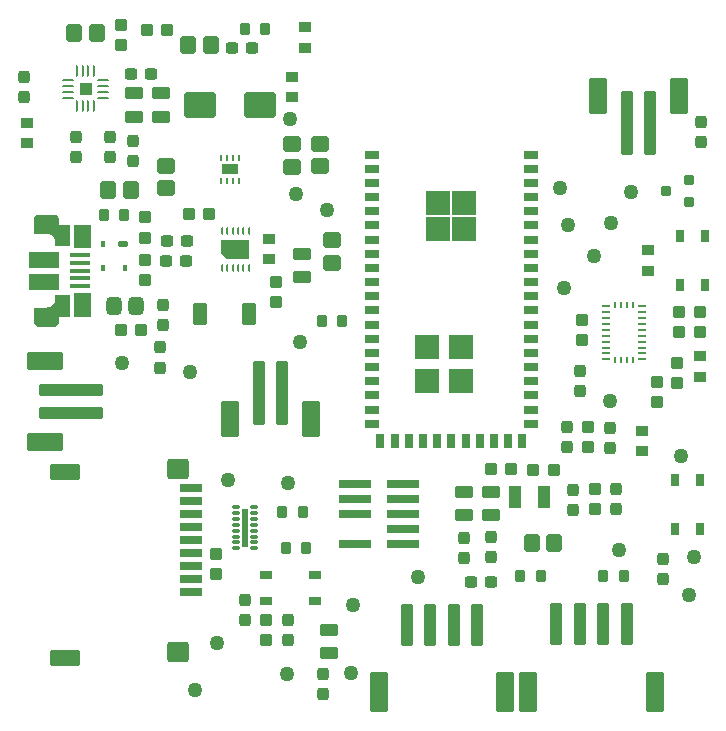
<source format=gtp>
G04*
G04 #@! TF.GenerationSoftware,Altium Limited,Altium Designer,23.8.1 (32)*
G04*
G04 Layer_Color=8421504*
%FSLAX44Y44*%
%MOMM*%
G71*
G04*
G04 #@! TF.SameCoordinates,271CB4FA-4F0A-43F9-8DEE-C87A6A24424C*
G04*
G04*
G04 #@! TF.FilePolarity,Positive*
G04*
G01*
G75*
%ADD14R,1.0625X1.0625*%
%ADD15R,1.4660X0.8540*%
G04:AMPARAMS|DCode=16|XSize=1.7mm|YSize=1.8mm|CornerRadius=0.2125mm|HoleSize=0mm|Usage=FLASHONLY|Rotation=270.000|XOffset=0mm|YOffset=0mm|HoleType=Round|Shape=RoundedRectangle|*
%AMROUNDEDRECTD16*
21,1,1.7000,1.3750,0,0,270.0*
21,1,1.2750,1.8000,0,0,270.0*
1,1,0.4250,-0.6875,-0.6375*
1,1,0.4250,-0.6875,0.6375*
1,1,0.4250,0.6875,0.6375*
1,1,0.4250,0.6875,-0.6375*
%
%ADD16ROUNDEDRECTD16*%
G04:AMPARAMS|DCode=17|XSize=0.7mm|YSize=1.9mm|CornerRadius=0.0875mm|HoleSize=0mm|Usage=FLASHONLY|Rotation=270.000|XOffset=0mm|YOffset=0mm|HoleType=Round|Shape=RoundedRectangle|*
%AMROUNDEDRECTD17*
21,1,0.7000,1.7250,0,0,270.0*
21,1,0.5250,1.9000,0,0,270.0*
1,1,0.1750,-0.8625,-0.2625*
1,1,0.1750,-0.8625,0.2625*
1,1,0.1750,0.8625,0.2625*
1,1,0.1750,0.8625,-0.2625*
%
%ADD17ROUNDEDRECTD17*%
G04:AMPARAMS|DCode=18|XSize=1.4mm|YSize=2.6mm|CornerRadius=0.175mm|HoleSize=0mm|Usage=FLASHONLY|Rotation=270.000|XOffset=0mm|YOffset=0mm|HoleType=Round|Shape=RoundedRectangle|*
%AMROUNDEDRECTD18*
21,1,1.4000,2.2500,0,0,270.0*
21,1,1.0500,2.6000,0,0,270.0*
1,1,0.3500,-1.1250,-0.5250*
1,1,0.3500,-1.1250,0.5250*
1,1,0.3500,1.1250,0.5250*
1,1,0.3500,1.1250,-0.5250*
%
%ADD18ROUNDEDRECTD18*%
G04:AMPARAMS|DCode=19|XSize=1.6mm|YSize=3mm|CornerRadius=0.2mm|HoleSize=0mm|Usage=FLASHONLY|Rotation=180.000|XOffset=0mm|YOffset=0mm|HoleType=Round|Shape=RoundedRectangle|*
%AMROUNDEDRECTD19*
21,1,1.6000,2.6000,0,0,180.0*
21,1,1.2000,3.0000,0,0,180.0*
1,1,0.4000,-0.6000,1.3000*
1,1,0.4000,0.6000,1.3000*
1,1,0.4000,0.6000,-1.3000*
1,1,0.4000,-0.6000,-1.3000*
%
%ADD19ROUNDEDRECTD19*%
G04:AMPARAMS|DCode=20|XSize=1mm|YSize=5.5mm|CornerRadius=0.125mm|HoleSize=0mm|Usage=FLASHONLY|Rotation=180.000|XOffset=0mm|YOffset=0mm|HoleType=Round|Shape=RoundedRectangle|*
%AMROUNDEDRECTD20*
21,1,1.0000,5.2500,0,0,180.0*
21,1,0.7500,5.5000,0,0,180.0*
1,1,0.2500,-0.3750,2.6250*
1,1,0.2500,0.3750,2.6250*
1,1,0.2500,0.3750,-2.6250*
1,1,0.2500,-0.3750,-2.6250*
%
%ADD20ROUNDEDRECTD20*%
G04:AMPARAMS|DCode=21|XSize=1mm|YSize=1.1mm|CornerRadius=0.125mm|HoleSize=0mm|Usage=FLASHONLY|Rotation=90.000|XOffset=0mm|YOffset=0mm|HoleType=Round|Shape=RoundedRectangle|*
%AMROUNDEDRECTD21*
21,1,1.0000,0.8500,0,0,90.0*
21,1,0.7500,1.1000,0,0,90.0*
1,1,0.2500,0.4250,0.3750*
1,1,0.2500,0.4250,-0.3750*
1,1,0.2500,-0.4250,-0.3750*
1,1,0.2500,-0.4250,0.3750*
%
%ADD21ROUNDEDRECTD21*%
G04:AMPARAMS|DCode=22|XSize=1.5mm|YSize=3.4mm|CornerRadius=0.1875mm|HoleSize=0mm|Usage=FLASHONLY|Rotation=180.000|XOffset=0mm|YOffset=0mm|HoleType=Round|Shape=RoundedRectangle|*
%AMROUNDEDRECTD22*
21,1,1.5000,3.0250,0,0,180.0*
21,1,1.1250,3.4000,0,0,180.0*
1,1,0.3750,-0.5625,1.5125*
1,1,0.3750,0.5625,1.5125*
1,1,0.3750,0.5625,-1.5125*
1,1,0.3750,-0.5625,-1.5125*
%
%ADD22ROUNDEDRECTD22*%
G04:AMPARAMS|DCode=23|XSize=1mm|YSize=3.5mm|CornerRadius=0.125mm|HoleSize=0mm|Usage=FLASHONLY|Rotation=180.000|XOffset=0mm|YOffset=0mm|HoleType=Round|Shape=RoundedRectangle|*
%AMROUNDEDRECTD23*
21,1,1.0000,3.2500,0,0,180.0*
21,1,0.7500,3.5000,0,0,180.0*
1,1,0.2500,-0.3750,1.6250*
1,1,0.2500,0.3750,1.6250*
1,1,0.2500,0.3750,-1.6250*
1,1,0.2500,-0.3750,-1.6250*
%
%ADD23ROUNDEDRECTD23*%
%ADD24R,1.2000X0.7000*%
%ADD25R,0.7000X1.2000*%
%ADD26R,2.0000X2.0000*%
G04:AMPARAMS|DCode=27|XSize=0.966mm|YSize=0.2393mm|CornerRadius=0.0598mm|HoleSize=0mm|Usage=FLASHONLY|Rotation=0.000|XOffset=0mm|YOffset=0mm|HoleType=Round|Shape=RoundedRectangle|*
%AMROUNDEDRECTD27*
21,1,0.9660,0.1196,0,0,0.0*
21,1,0.8464,0.2393,0,0,0.0*
1,1,0.1196,0.4232,-0.0598*
1,1,0.1196,-0.4232,-0.0598*
1,1,0.1196,-0.4232,0.0598*
1,1,0.1196,0.4232,0.0598*
%
%ADD27ROUNDEDRECTD27*%
G04:AMPARAMS|DCode=28|XSize=0.2393mm|YSize=0.966mm|CornerRadius=0.0598mm|HoleSize=0mm|Usage=FLASHONLY|Rotation=0.000|XOffset=0mm|YOffset=0mm|HoleType=Round|Shape=RoundedRectangle|*
%AMROUNDEDRECTD28*
21,1,0.2393,0.8464,0,0,0.0*
21,1,0.1196,0.9660,0,0,0.0*
1,1,0.1196,0.0598,-0.4232*
1,1,0.1196,-0.0598,-0.4232*
1,1,0.1196,-0.0598,0.4232*
1,1,0.1196,0.0598,0.4232*
%
%ADD28ROUNDEDRECTD28*%
%ADD29R,2.5000X1.3750*%
%ADD30R,1.7500X0.4000*%
G04:AMPARAMS|DCode=31|XSize=0.9906mm|YSize=1.0922mm|CornerRadius=0.2477mm|HoleSize=0mm|Usage=FLASHONLY|Rotation=180.000|XOffset=0mm|YOffset=0mm|HoleType=Round|Shape=RoundedRectangle|*
%AMROUNDEDRECTD31*
21,1,0.9906,0.5969,0,0,180.0*
21,1,0.4953,1.0922,0,0,180.0*
1,1,0.4953,-0.2477,0.2985*
1,1,0.4953,0.2477,0.2985*
1,1,0.4953,0.2477,-0.2985*
1,1,0.4953,-0.2477,-0.2985*
%
%ADD31ROUNDEDRECTD31*%
G04:AMPARAMS|DCode=32|XSize=0.5mm|YSize=0.4mm|CornerRadius=0.05mm|HoleSize=0mm|Usage=FLASHONLY|Rotation=270.000|XOffset=0mm|YOffset=0mm|HoleType=Round|Shape=RoundedRectangle|*
%AMROUNDEDRECTD32*
21,1,0.5000,0.3000,0,0,270.0*
21,1,0.4000,0.4000,0,0,270.0*
1,1,0.1000,-0.1500,-0.2000*
1,1,0.1000,-0.1500,0.2000*
1,1,0.1000,0.1500,0.2000*
1,1,0.1000,0.1500,-0.2000*
%
%ADD32ROUNDEDRECTD32*%
G04:AMPARAMS|DCode=33|XSize=0.5mm|YSize=0.8mm|CornerRadius=0.075mm|HoleSize=0mm|Usage=FLASHONLY|Rotation=270.000|XOffset=0mm|YOffset=0mm|HoleType=Round|Shape=RoundedRectangle|*
%AMROUNDEDRECTD33*
21,1,0.5000,0.6500,0,0,270.0*
21,1,0.3500,0.8000,0,0,270.0*
1,1,0.1500,-0.3250,-0.1750*
1,1,0.1500,-0.3250,0.1750*
1,1,0.1500,0.3250,0.1750*
1,1,0.1500,0.3250,-0.1750*
%
%ADD33ROUNDEDRECTD33*%
G04:AMPARAMS|DCode=34|XSize=1mm|YSize=1.1mm|CornerRadius=0.125mm|HoleSize=0mm|Usage=FLASHONLY|Rotation=180.000|XOffset=0mm|YOffset=0mm|HoleType=Round|Shape=RoundedRectangle|*
%AMROUNDEDRECTD34*
21,1,1.0000,0.8500,0,0,180.0*
21,1,0.7500,1.1000,0,0,180.0*
1,1,0.2500,-0.3750,0.4250*
1,1,0.2500,0.3750,0.4250*
1,1,0.2500,0.3750,-0.4250*
1,1,0.2500,-0.3750,-0.4250*
%
%ADD34ROUNDEDRECTD34*%
%ADD35C,1.2700*%
G04:AMPARAMS|DCode=36|XSize=1.5mm|YSize=1.3mm|CornerRadius=0.1625mm|HoleSize=0mm|Usage=FLASHONLY|Rotation=90.000|XOffset=0mm|YOffset=0mm|HoleType=Round|Shape=RoundedRectangle|*
%AMROUNDEDRECTD36*
21,1,1.5000,0.9750,0,0,90.0*
21,1,1.1750,1.3000,0,0,90.0*
1,1,0.3250,0.4875,0.5875*
1,1,0.3250,0.4875,-0.5875*
1,1,0.3250,-0.4875,-0.5875*
1,1,0.3250,-0.4875,0.5875*
%
%ADD36ROUNDEDRECTD36*%
%ADD37R,0.6500X1.0500*%
G04:AMPARAMS|DCode=38|XSize=0.9mm|YSize=0.8mm|CornerRadius=0.1mm|HoleSize=0mm|Usage=FLASHONLY|Rotation=180.000|XOffset=0mm|YOffset=0mm|HoleType=Round|Shape=RoundedRectangle|*
%AMROUNDEDRECTD38*
21,1,0.9000,0.6000,0,0,180.0*
21,1,0.7000,0.8000,0,0,180.0*
1,1,0.2000,-0.3500,0.3000*
1,1,0.2000,0.3500,0.3000*
1,1,0.2000,0.3500,-0.3000*
1,1,0.2000,-0.3500,-0.3000*
%
%ADD38ROUNDEDRECTD38*%
G04:AMPARAMS|DCode=39|XSize=0.6mm|YSize=0.2mm|CornerRadius=0.0375mm|HoleSize=0mm|Usage=FLASHONLY|Rotation=90.000|XOffset=0mm|YOffset=0mm|HoleType=Round|Shape=RoundedRectangle|*
%AMROUNDEDRECTD39*
21,1,0.6000,0.1250,0,0,90.0*
21,1,0.5250,0.2000,0,0,90.0*
1,1,0.0750,0.0625,0.2625*
1,1,0.0750,0.0625,-0.2625*
1,1,0.0750,-0.0625,-0.2625*
1,1,0.0750,-0.0625,0.2625*
%
%ADD39ROUNDEDRECTD39*%
G04:AMPARAMS|DCode=40|XSize=1mm|YSize=5.5mm|CornerRadius=0.125mm|HoleSize=0mm|Usage=FLASHONLY|Rotation=90.000|XOffset=0mm|YOffset=0mm|HoleType=Round|Shape=RoundedRectangle|*
%AMROUNDEDRECTD40*
21,1,1.0000,5.2500,0,0,90.0*
21,1,0.7500,5.5000,0,0,90.0*
1,1,0.2500,2.6250,0.3750*
1,1,0.2500,2.6250,-0.3750*
1,1,0.2500,-2.6250,-0.3750*
1,1,0.2500,-2.6250,0.3750*
%
%ADD40ROUNDEDRECTD40*%
G04:AMPARAMS|DCode=41|XSize=1.6mm|YSize=3mm|CornerRadius=0.2mm|HoleSize=0mm|Usage=FLASHONLY|Rotation=90.000|XOffset=0mm|YOffset=0mm|HoleType=Round|Shape=RoundedRectangle|*
%AMROUNDEDRECTD41*
21,1,1.6000,2.6000,0,0,90.0*
21,1,1.2000,3.0000,0,0,90.0*
1,1,0.4000,1.3000,0.6000*
1,1,0.4000,1.3000,-0.6000*
1,1,0.4000,-1.3000,-0.6000*
1,1,0.4000,-1.3000,0.6000*
%
%ADD41ROUNDEDRECTD41*%
G04:AMPARAMS|DCode=42|XSize=1.9mm|YSize=1.2mm|CornerRadius=0.15mm|HoleSize=0mm|Usage=FLASHONLY|Rotation=90.000|XOffset=0mm|YOffset=0mm|HoleType=Round|Shape=RoundedRectangle|*
%AMROUNDEDRECTD42*
21,1,1.9000,0.9000,0,0,90.0*
21,1,1.6000,1.2000,0,0,90.0*
1,1,0.3000,0.4500,0.8000*
1,1,0.3000,0.4500,-0.8000*
1,1,0.3000,-0.4500,-0.8000*
1,1,0.3000,-0.4500,0.8000*
%
%ADD42ROUNDEDRECTD42*%
G04:AMPARAMS|DCode=43|XSize=0.889mm|YSize=1.0922mm|CornerRadius=0.2413mm|HoleSize=0mm|Usage=FLASHONLY|Rotation=270.000|XOffset=0mm|YOffset=0mm|HoleType=Round|Shape=RoundedRectangle|*
%AMROUNDEDRECTD43*
21,1,0.8890,0.6096,0,0,270.0*
21,1,0.4064,1.0922,0,0,270.0*
1,1,0.4826,-0.3048,-0.2032*
1,1,0.4826,-0.3048,0.2032*
1,1,0.4826,0.3048,0.2032*
1,1,0.4826,0.3048,-0.2032*
%
%ADD43ROUNDEDRECTD43*%
G04:AMPARAMS|DCode=44|XSize=0.889mm|YSize=1.0922mm|CornerRadius=0.2413mm|HoleSize=0mm|Usage=FLASHONLY|Rotation=0.000|XOffset=0mm|YOffset=0mm|HoleType=Round|Shape=RoundedRectangle|*
%AMROUNDEDRECTD44*
21,1,0.8890,0.6096,0,0,0.0*
21,1,0.4064,1.0922,0,0,0.0*
1,1,0.4826,0.2032,-0.3048*
1,1,0.4826,-0.2032,-0.3048*
1,1,0.4826,-0.2032,0.3048*
1,1,0.4826,0.2032,0.3048*
%
%ADD44ROUNDEDRECTD44*%
G04:AMPARAMS|DCode=45|XSize=1.5mm|YSize=1.3mm|CornerRadius=0.1625mm|HoleSize=0mm|Usage=FLASHONLY|Rotation=180.000|XOffset=0mm|YOffset=0mm|HoleType=Round|Shape=RoundedRectangle|*
%AMROUNDEDRECTD45*
21,1,1.5000,0.9750,0,0,180.0*
21,1,1.1750,1.3000,0,0,180.0*
1,1,0.3250,-0.5875,0.4875*
1,1,0.3250,0.5875,0.4875*
1,1,0.3250,0.5875,-0.4875*
1,1,0.3250,-0.5875,-0.4875*
%
%ADD45ROUNDEDRECTD45*%
G04:AMPARAMS|DCode=46|XSize=1.01mm|YSize=1.47mm|CornerRadius=0.1263mm|HoleSize=0mm|Usage=FLASHONLY|Rotation=90.000|XOffset=0mm|YOffset=0mm|HoleType=Round|Shape=RoundedRectangle|*
%AMROUNDEDRECTD46*
21,1,1.0100,1.2175,0,0,90.0*
21,1,0.7575,1.4700,0,0,90.0*
1,1,0.2525,0.6088,0.3787*
1,1,0.2525,0.6088,-0.3787*
1,1,0.2525,-0.6088,-0.3787*
1,1,0.2525,-0.6088,0.3787*
%
%ADD46ROUNDEDRECTD46*%
G04:AMPARAMS|DCode=47|XSize=1.5mm|YSize=1.3mm|CornerRadius=0.325mm|HoleSize=0mm|Usage=FLASHONLY|Rotation=90.000|XOffset=0mm|YOffset=0mm|HoleType=Round|Shape=RoundedRectangle|*
%AMROUNDEDRECTD47*
21,1,1.5000,0.6500,0,0,90.0*
21,1,0.8500,1.3000,0,0,90.0*
1,1,0.6500,0.3250,0.4250*
1,1,0.6500,0.3250,-0.4250*
1,1,0.6500,-0.3250,-0.4250*
1,1,0.6500,-0.3250,0.4250*
%
%ADD47ROUNDEDRECTD47*%
G04:AMPARAMS|DCode=48|XSize=0.7399mm|YSize=2.7899mm|CornerRadius=0.185mm|HoleSize=0mm|Usage=FLASHONLY|Rotation=270.000|XOffset=0mm|YOffset=0mm|HoleType=Round|Shape=RoundedRectangle|*
%AMROUNDEDRECTD48*
21,1,0.7399,2.4200,0,0,270.0*
21,1,0.3700,2.7899,0,0,270.0*
1,1,0.3700,-1.2100,-0.1850*
1,1,0.3700,-1.2100,0.1850*
1,1,0.3700,1.2100,0.1850*
1,1,0.3700,1.2100,-0.1850*
%
%ADD48ROUNDEDRECTD48*%
G04:AMPARAMS|DCode=49|XSize=2.2mm|YSize=2.7mm|CornerRadius=0.275mm|HoleSize=0mm|Usage=FLASHONLY|Rotation=90.000|XOffset=0mm|YOffset=0mm|HoleType=Round|Shape=RoundedRectangle|*
%AMROUNDEDRECTD49*
21,1,2.2000,2.1500,0,0,90.0*
21,1,1.6500,2.7000,0,0,90.0*
1,1,0.5500,1.0750,0.8250*
1,1,0.5500,1.0750,-0.8250*
1,1,0.5500,-1.0750,-0.8250*
1,1,0.5500,-1.0750,0.8250*
%
%ADD49ROUNDEDRECTD49*%
G04:AMPARAMS|DCode=50|XSize=0.3mm|YSize=0.63mm|CornerRadius=0.03mm|HoleSize=0mm|Usage=FLASHONLY|Rotation=90.000|XOffset=0mm|YOffset=0mm|HoleType=Round|Shape=RoundedRectangle|*
%AMROUNDEDRECTD50*
21,1,0.3000,0.5700,0,0,90.0*
21,1,0.2400,0.6300,0,0,90.0*
1,1,0.0600,0.2850,0.1200*
1,1,0.0600,0.2850,-0.1200*
1,1,0.0600,-0.2850,-0.1200*
1,1,0.0600,-0.2850,0.1200*
%
%ADD50ROUNDEDRECTD50*%
G04:AMPARAMS|DCode=51|XSize=3.3mm|YSize=0.45mm|CornerRadius=0.045mm|HoleSize=0mm|Usage=FLASHONLY|Rotation=90.000|XOffset=0mm|YOffset=0mm|HoleType=Round|Shape=RoundedRectangle|*
%AMROUNDEDRECTD51*
21,1,3.3000,0.3600,0,0,90.0*
21,1,3.2100,0.4500,0,0,90.0*
1,1,0.0900,0.1800,1.6050*
1,1,0.0900,0.1800,-1.6050*
1,1,0.0900,-0.1800,-1.6050*
1,1,0.0900,-0.1800,1.6050*
%
%ADD51ROUNDEDRECTD51*%
G04:AMPARAMS|DCode=52|XSize=0.9906mm|YSize=1.0922mm|CornerRadius=0.2477mm|HoleSize=0mm|Usage=FLASHONLY|Rotation=90.000|XOffset=0mm|YOffset=0mm|HoleType=Round|Shape=RoundedRectangle|*
%AMROUNDEDRECTD52*
21,1,0.9906,0.5969,0,0,90.0*
21,1,0.4953,1.0922,0,0,90.0*
1,1,0.4953,0.2985,0.2477*
1,1,0.4953,0.2985,-0.2477*
1,1,0.4953,-0.2985,-0.2477*
1,1,0.4953,-0.2985,0.2477*
%
%ADD52ROUNDEDRECTD52*%
%ADD53R,1.1000X1.9000*%
G04:AMPARAMS|DCode=54|XSize=0.25mm|YSize=0.575mm|CornerRadius=0.0313mm|HoleSize=0mm|Usage=FLASHONLY|Rotation=0.000|XOffset=0mm|YOffset=0mm|HoleType=Round|Shape=RoundedRectangle|*
%AMROUNDEDRECTD54*
21,1,0.2500,0.5125,0,0,0.0*
21,1,0.1875,0.5750,0,0,0.0*
1,1,0.0625,0.0938,-0.2563*
1,1,0.0625,-0.0938,-0.2563*
1,1,0.0625,-0.0938,0.2563*
1,1,0.0625,0.0938,0.2563*
%
%ADD54ROUNDEDRECTD54*%
G04:AMPARAMS|DCode=55|XSize=0.675mm|YSize=0.25mm|CornerRadius=0.0313mm|HoleSize=0mm|Usage=FLASHONLY|Rotation=0.000|XOffset=0mm|YOffset=0mm|HoleType=Round|Shape=RoundedRectangle|*
%AMROUNDEDRECTD55*
21,1,0.6750,0.1875,0,0,0.0*
21,1,0.6125,0.2500,0,0,0.0*
1,1,0.0625,0.3063,-0.0938*
1,1,0.0625,-0.3063,-0.0938*
1,1,0.0625,-0.3063,0.0938*
1,1,0.0625,0.3063,0.0938*
%
%ADD55ROUNDEDRECTD55*%
G04:AMPARAMS|DCode=56|XSize=0.25mm|YSize=0.5mm|CornerRadius=0.05mm|HoleSize=0mm|Usage=FLASHONLY|Rotation=180.000|XOffset=0mm|YOffset=0mm|HoleType=Round|Shape=RoundedRectangle|*
%AMROUNDEDRECTD56*
21,1,0.2500,0.4000,0,0,180.0*
21,1,0.1500,0.5000,0,0,180.0*
1,1,0.1000,-0.0750,0.2000*
1,1,0.1000,0.0750,0.2000*
1,1,0.1000,0.0750,-0.2000*
1,1,0.1000,-0.0750,-0.2000*
%
%ADD56ROUNDEDRECTD56*%
%ADD57R,1.0500X0.6500*%
G36*
X39701Y428716D02*
X39911Y428706D01*
X40121Y428676D01*
X40321Y428636D01*
X40531Y428586D01*
X40731Y428526D01*
X40921Y428456D01*
X41121Y428376D01*
X41311Y428286D01*
X41491Y428186D01*
X41671Y428076D01*
X41841Y427966D01*
X42011Y427836D01*
X42171Y427696D01*
X42321Y427556D01*
X42461Y427406D01*
X42601Y427246D01*
X42731Y427076D01*
X42841Y426906D01*
X42951Y426726D01*
X43051Y426546D01*
X43141Y426356D01*
X43221Y426156D01*
X43291Y425966D01*
X43351Y425766D01*
X43401Y425556D01*
X43441Y425356D01*
X43471Y425146D01*
X43481Y424936D01*
X43491Y424726D01*
Y420226D01*
X53311D01*
Y401976D01*
X40491D01*
Y404976D01*
X40481Y405366D01*
X40451Y405756D01*
X40401Y406146D01*
X40331Y406536D01*
X40231Y406916D01*
X40121Y407296D01*
X39991Y407666D01*
X39841Y408026D01*
X39671Y408376D01*
X39491Y408726D01*
X39281Y409056D01*
X39061Y409386D01*
X38821Y409696D01*
X38561Y409996D01*
X38291Y410276D01*
X38011Y410546D01*
X37711Y410806D01*
X37401Y411046D01*
X37071Y411266D01*
X36741Y411476D01*
X36391Y411656D01*
X36041Y411826D01*
X35681Y411976D01*
X35311Y412106D01*
X34931Y412216D01*
X34551Y412316D01*
X34161Y412386D01*
X33771Y412436D01*
X33381Y412466D01*
X32991Y412476D01*
X22491D01*
Y424726D01*
X22501Y424936D01*
X22511Y425146D01*
X22541Y425356D01*
X22581Y425556D01*
X22631Y425766D01*
X22691Y425966D01*
X22761Y426156D01*
X22841Y426356D01*
X22931Y426546D01*
X23031Y426726D01*
X23141Y426906D01*
X23251Y427076D01*
X23381Y427246D01*
X23521Y427406D01*
X23661Y427556D01*
X23811Y427696D01*
X23971Y427836D01*
X24141Y427966D01*
X24311Y428076D01*
X24491Y428186D01*
X24671Y428286D01*
X24861Y428376D01*
X25061Y428456D01*
X25251Y428526D01*
X25451Y428586D01*
X25661Y428636D01*
X25861Y428676D01*
X26071Y428706D01*
X26281Y428716D01*
X26491Y428726D01*
X39491D01*
X39701Y428716D01*
D02*
G37*
G36*
X71091Y400226D02*
X56491D01*
Y420226D01*
X71091D01*
Y400226D01*
D02*
G37*
G36*
X204827Y391130D02*
X185637D01*
X180831Y395936D01*
Y407126D01*
X204827D01*
Y391130D01*
D02*
G37*
G36*
X71091Y342226D02*
X56491D01*
Y362226D01*
X71091D01*
Y342226D01*
D02*
G37*
G36*
X53311D02*
X43491D01*
Y337726D01*
X43481Y337516D01*
X43471Y337306D01*
X43441Y337096D01*
X43401Y336896D01*
X43351Y336686D01*
X43291Y336486D01*
X43221Y336296D01*
X43141Y336096D01*
X43051Y335906D01*
X42951Y335726D01*
X42841Y335546D01*
X42731Y335376D01*
X42601Y335206D01*
X42461Y335046D01*
X42321Y334896D01*
X42171Y334756D01*
X42011Y334616D01*
X41841Y334486D01*
X41671Y334376D01*
X41491Y334266D01*
X41311Y334166D01*
X41121Y334076D01*
X40921Y333996D01*
X40731Y333926D01*
X40531Y333866D01*
X40321Y333816D01*
X40121Y333776D01*
X39911Y333746D01*
X39701Y333736D01*
X39491Y333726D01*
X26491D01*
X26281Y333736D01*
X26071Y333746D01*
X25861Y333776D01*
X25661Y333816D01*
X25451Y333866D01*
X25251Y333926D01*
X25061Y333996D01*
X24861Y334076D01*
X24671Y334166D01*
X24491Y334266D01*
X24311Y334376D01*
X24141Y334486D01*
X23971Y334616D01*
X23811Y334756D01*
X23661Y334896D01*
X23521Y335046D01*
X23381Y335206D01*
X23251Y335376D01*
X23141Y335546D01*
X23031Y335726D01*
X22931Y335906D01*
X22841Y336096D01*
X22761Y336296D01*
X22691Y336486D01*
X22631Y336686D01*
X22581Y336896D01*
X22541Y337096D01*
X22511Y337306D01*
X22501Y337516D01*
X22491Y337726D01*
Y349976D01*
X32991D01*
X33381Y349986D01*
X33771Y350016D01*
X34161Y350066D01*
X34551Y350136D01*
X34931Y350236D01*
X35311Y350346D01*
X35681Y350476D01*
X36041Y350626D01*
X36391Y350796D01*
X36741Y350976D01*
X37071Y351186D01*
X37401Y351406D01*
X37711Y351646D01*
X38011Y351906D01*
X38291Y352176D01*
X38561Y352456D01*
X38821Y352756D01*
X39061Y353066D01*
X39281Y353396D01*
X39491Y353726D01*
X39671Y354076D01*
X39841Y354426D01*
X39991Y354786D01*
X40121Y355156D01*
X40231Y355536D01*
X40331Y355916D01*
X40401Y356306D01*
X40451Y356696D01*
X40481Y357086D01*
X40491Y357476D01*
Y360476D01*
X53311D01*
Y342226D01*
D02*
G37*
D14*
X66104Y535196D02*
D03*
D15*
X188150Y466853D02*
D03*
D16*
X144565Y213016D02*
D03*
Y58016D02*
D03*
D17*
X155065Y197516D02*
D03*
Y186516D02*
D03*
Y175516D02*
D03*
Y164516D02*
D03*
Y153516D02*
D03*
Y142516D02*
D03*
Y131516D02*
D03*
Y120516D02*
D03*
Y109516D02*
D03*
D18*
X48565Y210516D02*
D03*
Y53516D02*
D03*
D19*
X256687Y255469D02*
D03*
X188687D02*
D03*
X568232Y529110D02*
D03*
X500232D02*
D03*
D20*
X232687Y277969D02*
D03*
X212687D02*
D03*
X544231Y506610D02*
D03*
X524231D02*
D03*
D21*
X426075Y212978D02*
D03*
X409075D02*
D03*
X118102Y585036D02*
D03*
X135102D02*
D03*
X95776Y331097D02*
D03*
X112776D02*
D03*
X171031Y428875D02*
D03*
X154031D02*
D03*
X462321Y212654D02*
D03*
X445321D02*
D03*
D22*
X441007Y24648D02*
D03*
X548007D02*
D03*
X421381Y24082D02*
D03*
X314381D02*
D03*
D23*
X524507Y82148D02*
D03*
X504507D02*
D03*
X484507D02*
D03*
X464507D02*
D03*
X337881Y81582D02*
D03*
X357881D02*
D03*
X377881D02*
D03*
X397881D02*
D03*
D24*
X442869Y251488D02*
D03*
Y263488D02*
D03*
Y275488D02*
D03*
Y287488D02*
D03*
Y299488D02*
D03*
Y311488D02*
D03*
Y323488D02*
D03*
Y335488D02*
D03*
Y347488D02*
D03*
Y359488D02*
D03*
Y371488D02*
D03*
Y383488D02*
D03*
Y395488D02*
D03*
Y407488D02*
D03*
Y419488D02*
D03*
Y431488D02*
D03*
Y443488D02*
D03*
Y455488D02*
D03*
Y467488D02*
D03*
Y479488D02*
D03*
X308869Y479488D02*
D03*
Y467488D02*
D03*
Y455488D02*
D03*
Y443488D02*
D03*
Y431488D02*
D03*
Y419488D02*
D03*
Y407488D02*
D03*
Y395488D02*
D03*
Y383488D02*
D03*
Y371488D02*
D03*
Y359488D02*
D03*
Y347488D02*
D03*
Y335488D02*
D03*
Y323488D02*
D03*
Y311488D02*
D03*
Y299488D02*
D03*
Y287488D02*
D03*
Y275488D02*
D03*
Y263488D02*
D03*
Y251488D02*
D03*
D25*
X315831Y237076D02*
D03*
X327831D02*
D03*
X339831D02*
D03*
X351831D02*
D03*
X363831D02*
D03*
X375831D02*
D03*
X387831D02*
D03*
X399831D02*
D03*
X411831D02*
D03*
X423831D02*
D03*
X435831D02*
D03*
D26*
X355016Y287630D02*
D03*
X384251D02*
D03*
Y316179D02*
D03*
X355016D02*
D03*
X386309Y416560D02*
D03*
X364490D02*
D03*
Y438734D02*
D03*
X386309D02*
D03*
D27*
X51373Y542696D02*
D03*
Y537696D02*
D03*
Y532696D02*
D03*
Y527696D02*
D03*
X80834D02*
D03*
Y532696D02*
D03*
Y537696D02*
D03*
Y542696D02*
D03*
D28*
X58604Y520465D02*
D03*
X63604D02*
D03*
X68604D02*
D03*
X73604D02*
D03*
Y549926D02*
D03*
X68604D02*
D03*
X63604D02*
D03*
X58604D02*
D03*
D29*
X30991Y371851D02*
D03*
Y390601D02*
D03*
D30*
X61741Y394226D02*
D03*
Y387726D02*
D03*
Y381226D02*
D03*
Y374726D02*
D03*
Y368226D02*
D03*
D31*
X131364Y335226D02*
D03*
Y352226D02*
D03*
X554990Y136779D02*
D03*
Y119780D02*
D03*
X386237Y154550D02*
D03*
Y137550D02*
D03*
X409576Y155882D02*
D03*
Y138882D02*
D03*
X237430Y85465D02*
D03*
Y68465D02*
D03*
X267340Y39638D02*
D03*
Y22638D02*
D03*
X515582Y179187D02*
D03*
Y196187D02*
D03*
X473710Y231530D02*
D03*
Y248530D02*
D03*
X510401Y247768D02*
D03*
Y230768D02*
D03*
X485140Y295988D02*
D03*
Y278988D02*
D03*
X587201Y490130D02*
D03*
Y507130D02*
D03*
X129284Y299179D02*
D03*
Y316179D02*
D03*
X106142Y474257D02*
D03*
Y491257D02*
D03*
X87013Y477035D02*
D03*
Y494035D02*
D03*
X57891Y477352D02*
D03*
Y494352D02*
D03*
X14325Y545335D02*
D03*
Y528335D02*
D03*
X201349Y85465D02*
D03*
Y102465D02*
D03*
X479120Y178782D02*
D03*
Y195782D02*
D03*
D32*
X99634Y383491D02*
D03*
X80634D02*
D03*
Y403491D02*
D03*
D33*
X97634D02*
D03*
D34*
X491674Y248530D02*
D03*
Y231530D02*
D03*
X116318Y409257D02*
D03*
Y426257D02*
D03*
X95929Y572150D02*
D03*
Y589150D02*
D03*
X116135Y373053D02*
D03*
Y390053D02*
D03*
X227484Y371762D02*
D03*
Y354762D02*
D03*
X219129Y68465D02*
D03*
Y85465D02*
D03*
X176579Y124473D02*
D03*
Y141473D02*
D03*
X497047Y196187D02*
D03*
Y179187D02*
D03*
X550361Y286640D02*
D03*
Y269640D02*
D03*
X566700Y303140D02*
D03*
Y286140D02*
D03*
X486214Y322473D02*
D03*
Y339473D02*
D03*
X568555Y346123D02*
D03*
Y329123D02*
D03*
X586740Y346123D02*
D03*
Y329123D02*
D03*
D35*
X511302Y421145D02*
D03*
X577176Y106640D02*
D03*
X570459Y224135D02*
D03*
X154482Y295063D02*
D03*
X517885Y144790D02*
D03*
X496577Y393665D02*
D03*
X581660Y138374D02*
D03*
X471170Y366839D02*
D03*
X528145Y447524D02*
D03*
X474425Y419671D02*
D03*
X244197Y446267D02*
D03*
X270417Y432504D02*
D03*
X158958Y25919D02*
D03*
X96713Y303366D02*
D03*
X467863Y451154D02*
D03*
X290817Y40154D02*
D03*
X292213Y98270D02*
D03*
X347880Y121531D02*
D03*
X236502Y39375D02*
D03*
X187068Y204028D02*
D03*
X177329Y65972D02*
D03*
X237574Y201399D02*
D03*
X247901Y321179D02*
D03*
X510401Y270734D02*
D03*
X239391Y509250D02*
D03*
D36*
X56459Y582461D02*
D03*
X75459D02*
D03*
X444012Y150892D02*
D03*
X463012D02*
D03*
X172031Y572150D02*
D03*
X153031D02*
D03*
X85460Y449060D02*
D03*
X104460D02*
D03*
D37*
X569240Y369090D02*
D03*
Y410590D02*
D03*
X590740D02*
D03*
Y369090D02*
D03*
X565240Y162528D02*
D03*
Y204028D02*
D03*
X586740D02*
D03*
Y162528D02*
D03*
D38*
X557257Y448441D02*
D03*
X577257Y457941D02*
D03*
Y438941D02*
D03*
D39*
X181579Y383628D02*
D03*
X186079D02*
D03*
X190579D02*
D03*
X195079D02*
D03*
X199579D02*
D03*
X204079D02*
D03*
Y414628D02*
D03*
X199579D02*
D03*
X195079D02*
D03*
X190579D02*
D03*
X186079D02*
D03*
X181579D02*
D03*
D40*
X53991Y280393D02*
D03*
Y260393D02*
D03*
D41*
X31491Y304393D02*
D03*
Y236393D02*
D03*
D42*
X163165Y344670D02*
D03*
X204165D02*
D03*
D43*
X221140Y391078D02*
D03*
Y408223D02*
D03*
X252035Y587106D02*
D03*
Y569961D02*
D03*
X241149Y528033D02*
D03*
Y545178D02*
D03*
X586740Y308573D02*
D03*
Y291427D02*
D03*
X542675Y398411D02*
D03*
Y381266D02*
D03*
X537595Y245648D02*
D03*
Y228503D02*
D03*
X16158Y506038D02*
D03*
Y488893D02*
D03*
D44*
X218089Y585519D02*
D03*
X200944D02*
D03*
X504562Y122282D02*
D03*
X521707D02*
D03*
X434273D02*
D03*
X451418D02*
D03*
X235434Y146050D02*
D03*
X252579D02*
D03*
X249825Y176708D02*
D03*
X232680D02*
D03*
X266226Y338574D02*
D03*
X283371D02*
D03*
X98522Y428325D02*
D03*
X81377D02*
D03*
D45*
X275047Y407044D02*
D03*
Y388044D02*
D03*
X240800Y469316D02*
D03*
Y488316D02*
D03*
X134390Y470052D02*
D03*
Y451052D02*
D03*
X264736Y469506D02*
D03*
Y488506D02*
D03*
D46*
X249706Y395283D02*
D03*
Y375683D02*
D03*
X272090Y57365D02*
D03*
Y76965D02*
D03*
X409576Y174345D02*
D03*
Y193945D02*
D03*
X386309Y193849D02*
D03*
Y174249D02*
D03*
X106892Y531196D02*
D03*
Y511596D02*
D03*
X129953Y531196D02*
D03*
Y511596D02*
D03*
D47*
X108911Y351386D02*
D03*
X89911D02*
D03*
D48*
X335280Y149732D02*
D03*
X294640D02*
D03*
X335280Y162432D02*
D03*
Y175132D02*
D03*
X294640D02*
D03*
X335280Y187832D02*
D03*
X294640D02*
D03*
X335280Y200532D02*
D03*
X294640D02*
D03*
D49*
X213650Y521760D02*
D03*
X162650D02*
D03*
D50*
X193729Y181050D02*
D03*
Y176050D02*
D03*
Y171050D02*
D03*
Y166050D02*
D03*
Y161050D02*
D03*
Y156050D02*
D03*
Y151050D02*
D03*
Y146050D02*
D03*
X208929Y181050D02*
D03*
Y176050D02*
D03*
Y171050D02*
D03*
Y166050D02*
D03*
Y161050D02*
D03*
Y156050D02*
D03*
Y151050D02*
D03*
Y146050D02*
D03*
D51*
X201329Y163550D02*
D03*
D52*
X190035Y569610D02*
D03*
X207034D02*
D03*
X409576Y117532D02*
D03*
X392575D02*
D03*
X134250Y389762D02*
D03*
X151250D02*
D03*
X134750Y406315D02*
D03*
X151750D02*
D03*
X121944Y547696D02*
D03*
X104944D02*
D03*
D53*
X454571Y189282D02*
D03*
X429571D02*
D03*
D54*
X514470Y351748D02*
D03*
X519470D02*
D03*
X524470D02*
D03*
X529470D02*
D03*
Y305498D02*
D03*
X524470D02*
D03*
X519470D02*
D03*
X514470D02*
D03*
D55*
X506345Y306123D02*
D03*
Y311123D02*
D03*
Y316123D02*
D03*
Y321123D02*
D03*
Y326123D02*
D03*
Y331123D02*
D03*
Y336123D02*
D03*
Y341123D02*
D03*
Y346123D02*
D03*
Y351123D02*
D03*
X537595Y346123D02*
D03*
Y341123D02*
D03*
Y336123D02*
D03*
Y331123D02*
D03*
Y326123D02*
D03*
Y321123D02*
D03*
Y316123D02*
D03*
Y311123D02*
D03*
Y306123D02*
D03*
Y351123D02*
D03*
D56*
X180650Y457352D02*
D03*
X185650D02*
D03*
X190650D02*
D03*
X195650D02*
D03*
Y476352D02*
D03*
X190650D02*
D03*
X185650D02*
D03*
X180650D02*
D03*
D57*
X260629Y123282D02*
D03*
X219129D02*
D03*
Y101782D02*
D03*
X260629D02*
D03*
M02*

</source>
